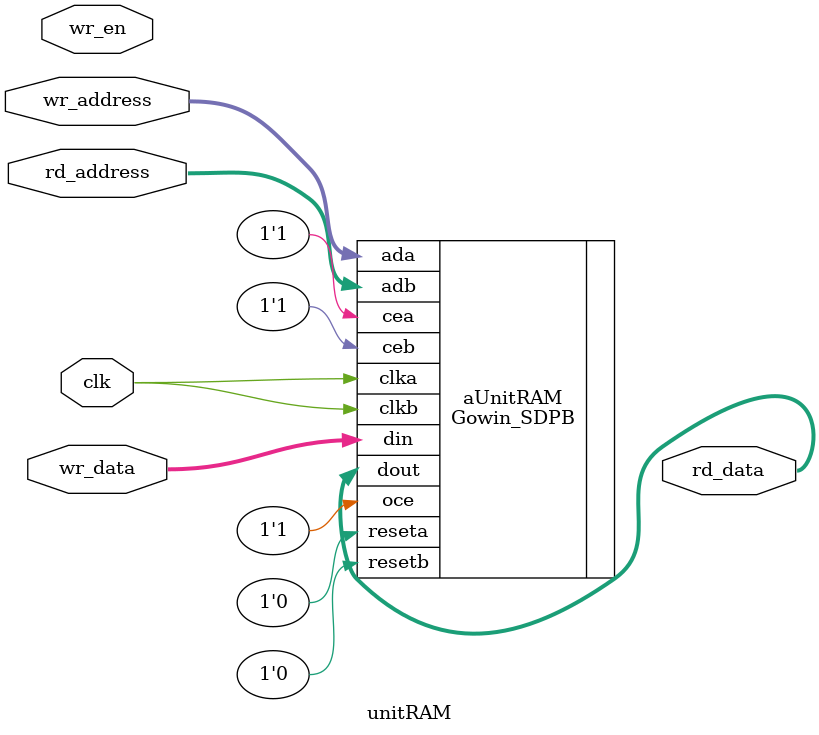
<source format=v>
module unitRAM #(
    parameter
    word_width = 4,
    address_width = 3
) (
    input wire clk,
    input wire wr_en, 
    input wire [address_width-1: 0] rd_address,
    input wire [address_width-1: 0] wr_address,
    input wire [word_width-1: 0] wr_data,
    output wire [word_width-1: 0] rd_data
);

localparam no_words = (2**address_width);

    Gowin_SDPB aUnitRAM(
        .dout(rd_data), //output [3:0] dout
        .clka(clk), //input clka
        .cea(1'b1), //input cea
        .reseta(1'b0), //input reseta
        .clkb(clk), //input clkb
        .ceb(1'b1), //input ceb
        .resetb(1'b0), //input resetb
        .oce(1'b1), //input oce
        .ada(wr_address), //input [11:0] ada
        .din(wr_data), //input [3:0] din
        .adb(rd_address) //input [11:0] adb
    );



//reg [no_words-1: 0] RAM [word_width-1: 0];

//always @(posedge clk) begin
//    if (wr_en) 
//        RAM[wr_address] <= wr_data;
//end

//assign rd_data = RAM[rd_address]; 

    
endmodule
</source>
